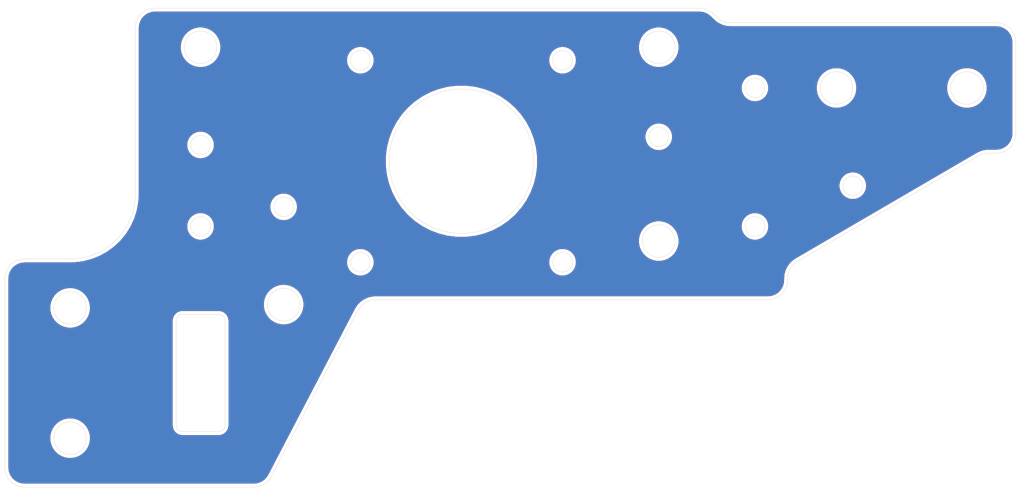
<source format=kicad_pcb>
(kicad_pcb (version 20171130) (host pcbnew 5.1.9+dfsg1-1+deb11u1)

  (general
    (thickness 1.6)
    (drawings 54)
    (tracks 0)
    (zones 0)
    (modules 0)
    (nets 1)
  )

  (page A4)
  (layers
    (0 F.Cu signal)
    (31 B.Cu signal)
    (32 B.Adhes user)
    (33 F.Adhes user)
    (34 B.Paste user)
    (35 F.Paste user)
    (36 B.SilkS user)
    (37 F.SilkS user)
    (38 B.Mask user)
    (39 F.Mask user)
    (40 Dwgs.User user)
    (41 Cmts.User user)
    (42 Eco1.User user)
    (43 Eco2.User user)
    (44 Edge.Cuts user)
    (45 Margin user)
    (46 B.CrtYd user)
    (47 F.CrtYd user)
    (48 B.Fab user)
    (49 F.Fab user)
  )

  (setup
    (last_trace_width 0.25)
    (trace_clearance 0.2)
    (zone_clearance 0.508)
    (zone_45_only no)
    (trace_min 0.2)
    (via_size 0.8)
    (via_drill 0.4)
    (via_min_size 0.4)
    (via_min_drill 0.3)
    (uvia_size 0.3)
    (uvia_drill 0.1)
    (uvias_allowed no)
    (uvia_min_size 0.2)
    (uvia_min_drill 0.1)
    (edge_width 0.05)
    (segment_width 0.2)
    (pcb_text_width 0.3)
    (pcb_text_size 1.5 1.5)
    (mod_edge_width 0.12)
    (mod_text_size 1 1)
    (mod_text_width 0.15)
    (pad_size 1.524 1.524)
    (pad_drill 0.762)
    (pad_to_mask_clearance 0)
    (aux_axis_origin 0 0)
    (visible_elements FFFFFF7F)
    (pcbplotparams
      (layerselection 0x010fc_ffffffff)
      (usegerberextensions true)
      (usegerberattributes false)
      (usegerberadvancedattributes false)
      (creategerberjobfile false)
      (excludeedgelayer true)
      (linewidth 0.100000)
      (plotframeref false)
      (viasonmask false)
      (mode 1)
      (useauxorigin false)
      (hpglpennumber 1)
      (hpglpenspeed 20)
      (hpglpendiameter 15.000000)
      (psnegative false)
      (psa4output false)
      (plotreference true)
      (plotvalue true)
      (plotinvisibletext false)
      (padsonsilk false)
      (subtractmaskfromsilk true)
      (outputformat 1)
      (mirror false)
      (drillshape 0)
      (scaleselection 1)
      (outputdirectory "front-motor-mount-pcb/"))
  )

  (net 0 "")

  (net_class Default "This is the default net class."
    (clearance 0.2)
    (trace_width 0.25)
    (via_dia 0.8)
    (via_drill 0.4)
    (uvia_dia 0.3)
    (uvia_drill 0.1)
  )

  (gr_line (start 246.561 92.5) (end 247.75 92.5) (layer Edge.Cuts) (width 0.05))
  (gr_line (start 217.238 109.1318) (end 245.049 92.908663) (layer Edge.Cuts) (width 0.05))
  (gr_arc (start 246.561 95.5) (end 246.561 92.5) (angle -30.256) (layer Edge.Cuts) (width 0.05))
  (gr_arc (start 218.75 111.7231) (end 217.238406 109.131751) (angle -59.744) (layer Edge.Cuts) (width 0.05))
  (gr_arc (start 247.75 89.5) (end 247.75 92.5) (angle -90) (layer Edge.Cuts) (width 0.05))
  (gr_circle (center 138.49 100.75) (end 139.99 100.75) (layer Edge.Cuts) (width 0.05))
  (gr_circle (center 181.25 109.25) (end 182.75 109.25) (layer Edge.Cuts) (width 0.05))
  (gr_circle (center 125.75 103.75) (end 127.25 103.75) (layer Edge.Cuts) (width 0.05))
  (gr_circle (center 125.75 91.25) (end 127.25 91.25) (layer Edge.Cuts) (width 0.05))
  (gr_line (start 215.75 112) (end 215.75 111.7231) (layer Edge.Cuts) (width 0.05))
  (gr_arc (start 212.75 112) (end 212.75 115) (angle -90) (layer Edge.Cuts) (width 0.05))
  (gr_arc (start 128.5 118.25) (end 129.5 118.25) (angle -90) (layer Edge.Cuts) (width 0.05))
  (gr_line (start 98.75 108.75) (end 105.75 108.75) (layer Edge.Cuts) (width 0.05))
  (gr_arc (start 247.75 75.5) (end 250.75 75.5) (angle -90) (layer Edge.Cuts) (width 0.05))
  (gr_arc (start 202.2574 73.25) (end 204.37872 71.12868) (angle -45) (layer Edge.Cuts) (width 0.05))
  (gr_circle (center 125.75 76.25) (end 128.25 76.25) (layer Edge.Cuts) (width 0.05))
  (gr_circle (center 196 106) (end 198.5 106) (layer Edge.Cuts) (width 0.05))
  (gr_circle (center 196 76.25) (end 198.5 76.25) (layer Edge.Cuts) (width 0.05))
  (gr_line (start 122 134.25) (end 122 118.25) (layer Edge.Cuts) (width 0.05))
  (gr_arc (start 123 134.25) (end 122 134.25) (angle -90) (layer Edge.Cuts) (width 0.05))
  (gr_circle (center 210.75 103.75) (end 212.25 103.75) (layer Edge.Cuts) (width 0.05))
  (gr_circle (center 210.75 82.5) (end 212.25 82.5) (layer Edge.Cuts) (width 0.05))
  (gr_circle (center 105.75 136.25) (end 108.25 136.25) (layer Edge.Cuts) (width 0.05))
  (gr_circle (center 225.75 97.5) (end 227.25 97.5) (layer Edge.Cuts) (width 0.05))
  (gr_arc (start 105.75 98.75) (end 105.75 108.75) (angle -90) (layer Edge.Cuts) (width 0.05))
  (gr_arc (start 133.9314 140.75) (end 133.9314 143.75) (angle -62.4472) (layer Edge.Cuts) (width 0.05))
  (gr_arc (start 206.9926 69.5) (end 204.871279 71.621321) (angle -45) (layer Edge.Cuts) (width 0.05))
  (gr_line (start 133.9314 143.75) (end 98.75 143.75) (layer Edge.Cuts) (width 0.05))
  (gr_line (start 128.5 135.25) (end 123 135.25) (layer Edge.Cuts) (width 0.05))
  (gr_circle (center 150.25 78.25) (end 151.75 78.25) (layer Edge.Cuts) (width 0.05))
  (gr_arc (start 98.75 140.75) (end 95.75 140.75) (angle -90) (layer Edge.Cuts) (width 0.05))
  (gr_line (start 152.5686 115) (end 212.75 115) (layer Edge.Cuts) (width 0.05))
  (gr_circle (center 196 90) (end 197.5 90) (layer Edge.Cuts) (width 0.05))
  (gr_circle (center 165.75 93.75) (end 176.825 93.75) (layer Edge.Cuts) (width 0.05))
  (gr_circle (center 223.25 82.5) (end 225.75 82.5) (layer Edge.Cuts) (width 0.05))
  (gr_arc (start 123 118.25) (end 123 117.25) (angle -90) (layer Edge.Cuts) (width 0.05))
  (gr_line (start 118.75 70.25) (end 202.2574 70.25) (layer Edge.Cuts) (width 0.05))
  (gr_line (start 129.5 118.25) (end 129.5 134.25) (layer Edge.Cuts) (width 0.05))
  (gr_arc (start 98.75 111.75) (end 98.75 108.75) (angle -90) (layer Edge.Cuts) (width 0.05))
  (gr_line (start 250.75 75.5) (end 250.75 89.5) (layer Edge.Cuts) (width 0.05))
  (gr_line (start 206.9926 72.5) (end 247.75 72.5) (layer Edge.Cuts) (width 0.05))
  (gr_circle (center 150.25 109.25) (end 151.75 109.25) (layer Edge.Cuts) (width 0.05))
  (gr_circle (center 243.25 82.5) (end 245.75 82.5) (layer Edge.Cuts) (width 0.05))
  (gr_arc (start 152.5686 118) (end 152.5686 115) (angle -62.447) (layer Edge.Cuts) (width 0.05))
  (gr_circle (center 138.49 115.75) (end 140.99 115.75) (layer Edge.Cuts) (width 0.05))
  (gr_line (start 149.9088 116.6123) (end 136.5912 142.1377) (layer Edge.Cuts) (width 0.05))
  (gr_line (start 115.75 98.75) (end 115.75 73.25) (layer Edge.Cuts) (width 0.05))
  (gr_line (start 123 117.25) (end 128.5 117.25) (layer Edge.Cuts) (width 0.05))
  (gr_line (start 95.75 140.75) (end 95.75 111.75) (layer Edge.Cuts) (width 0.05))
  (gr_circle (center 181.25 78.25) (end 182.75 78.25) (layer Edge.Cuts) (width 0.05))
  (gr_line (start 204.3787 71.1287) (end 204.8713 71.6213) (layer Edge.Cuts) (width 0.05))
  (gr_circle (center 105.75 116.25) (end 108.25 116.25) (layer Edge.Cuts) (width 0.05))
  (gr_arc (start 128.5 134.25) (end 128.5 135.25) (angle -90) (layer Edge.Cuts) (width 0.05))
  (gr_arc (start 118.75 73.25) (end 118.75 70.25) (angle -90) (layer Edge.Cuts) (width 0.05))

  (zone (net 0) (net_name "") (layer F.Cu) (tstamp 64C3BC45) (hatch edge 0.508)
    (connect_pads (clearance 0.508))
    (min_thickness 0.254)
    (fill yes (arc_segments 32) (thermal_gap 0.508) (thermal_bridge_width 0.508))
    (polygon
      (pts
        (xy 252 145) (xy 95 145) (xy 95 69) (xy 252 69)
      )
    )
    (filled_polygon
      (pts
        (xy 202.711293 70.95767) (xy 203.147898 71.089489) (xy 203.550585 71.3036) (xy 203.928174 71.611554) (xy 204.401534 72.084915)
        (xy 204.405409 72.08883) (xy 204.412826 72.096222) (xy 204.412909 72.09629) (xy 204.427533 72.110914) (xy 204.448013 72.127721)
        (xy 204.454457 72.134302) (xy 204.461557 72.140176) (xy 204.915286 72.510228) (xy 204.965079 72.54331) (xy 205.014468 72.577128)
        (xy 205.022574 72.58151) (xy 205.539537 72.856385) (xy 205.594864 72.879189) (xy 205.649824 72.902745) (xy 205.658628 72.90547)
        (xy 206.219137 73.074697) (xy 206.277817 73.086316) (xy 206.336327 73.098753) (xy 206.345492 73.099716) (xy 206.928194 73.156851)
        (xy 206.928208 73.156851) (xy 206.960181 73.16) (xy 247.717721 73.16) (xy 248.203893 73.20767) (xy 248.640498 73.339489)
        (xy 249.043185 73.5536) (xy 249.396612 73.841848) (xy 249.687327 74.193261) (xy 249.904242 74.594439) (xy 250.039106 75.030113)
        (xy 250.09 75.514344) (xy 250.090001 89.467711) (xy 250.04233 89.953894) (xy 249.910512 90.390497) (xy 249.696399 90.793186)
        (xy 249.40815 91.146613) (xy 249.056739 91.437327) (xy 248.655564 91.65424) (xy 248.219886 91.789106) (xy 247.735664 91.84)
        (xy 246.528581 91.84) (xy 246.506064 91.842218) (xy 246.105737 91.869706) (xy 246.056198 91.878021) (xy 246.006345 91.884192)
        (xy 245.997368 91.886274) (xy 245.427942 92.022519) (xy 245.371425 92.042042) (xy 245.314594 92.060788) (xy 245.306193 92.064574)
        (xy 244.833672 92.28147) (xy 244.833014 92.281626) (xy 244.744447 92.322235) (xy 216.877442 108.578042) (xy 216.866544 108.585925)
        (xy 216.721425 108.677057) (xy 216.691028 108.700574) (xy 216.658862 108.721623) (xy 216.651721 108.727448) (xy 216.200587 109.100659)
        (xy 216.158466 109.143075) (xy 216.115698 109.184956) (xy 216.109824 109.192057) (xy 215.739772 109.645785) (xy 215.70669 109.695578)
        (xy 215.672872 109.744967) (xy 215.66849 109.753074) (xy 215.393616 110.270037) (xy 215.37082 110.325345) (xy 215.347255 110.380325)
        (xy 215.34453 110.389128) (xy 215.175303 110.949637) (xy 215.163683 111.008324) (xy 215.151247 111.066827) (xy 215.150284 111.075992)
        (xy 215.093149 111.658695) (xy 215.093149 111.658708) (xy 215.09 111.690681) (xy 215.09 111.967721) (xy 215.04233 112.453894)
        (xy 214.910512 112.890497) (xy 214.696399 113.293186) (xy 214.40815 113.646613) (xy 214.056739 113.937327) (xy 213.655564 114.15424)
        (xy 213.219886 114.289106) (xy 212.735664 114.34) (xy 152.536181 114.34) (xy 152.517691 114.341821) (xy 152.194637 114.360015)
        (xy 152.148988 114.367101) (xy 152.103022 114.371646) (xy 152.093997 114.373506) (xy 151.521393 114.495708) (xy 151.464384 114.513844)
        (xy 151.407138 114.531179) (xy 151.398646 114.534757) (xy 150.860684 114.76585) (xy 150.808264 114.794724) (xy 150.755493 114.822838)
        (xy 150.747858 114.827997) (xy 150.265028 115.15918) (xy 150.219237 115.197667) (xy 150.17291 115.235514) (xy 150.166423 115.242058)
        (xy 149.757114 115.660716) (xy 149.719659 115.707379) (xy 149.681577 115.753489) (xy 149.676484 115.761169) (xy 149.392002 116.196682)
        (xy 149.391969 116.196715) (xy 149.338649 116.278265) (xy 136.021178 141.80342) (xy 135.75379 142.212767) (xy 135.434961 142.538883)
        (xy 135.058868 142.796855) (xy 134.639821 142.976868) (xy 134.180313 143.074934) (xy 133.912822 143.09) (xy 98.782279 143.09)
        (xy 98.296106 143.04233) (xy 97.859503 142.910512) (xy 97.456814 142.696399) (xy 97.103387 142.40815) (xy 96.812673 142.056739)
        (xy 96.59576 141.655564) (xy 96.460894 141.219886) (xy 96.41 140.735664) (xy 96.41 135.938305) (xy 102.585313 135.938305)
        (xy 102.585313 136.561695) (xy 102.70693 137.173105) (xy 102.94549 137.749042) (xy 103.291827 138.267371) (xy 103.732629 138.708173)
        (xy 104.250958 139.05451) (xy 104.826895 139.29307) (xy 105.438305 139.414687) (xy 106.061695 139.414687) (xy 106.673105 139.29307)
        (xy 107.249042 139.05451) (xy 107.767371 138.708173) (xy 108.208173 138.267371) (xy 108.55451 137.749042) (xy 108.79307 137.173105)
        (xy 108.914687 136.561695) (xy 108.914687 135.938305) (xy 108.79307 135.326895) (xy 108.55451 134.750958) (xy 108.241442 134.282418)
        (xy 121.34 134.282418) (xy 121.342783 134.310673) (xy 121.34274 134.316801) (xy 121.34364 134.325972) (xy 121.364041 134.520069)
        (xy 121.376068 134.578658) (xy 121.387277 134.637423) (xy 121.389941 134.646245) (xy 121.447653 134.832683) (xy 121.470838 134.887838)
        (xy 121.493242 134.943291) (xy 121.497568 134.951427) (xy 121.590393 135.123104) (xy 121.623846 135.172699) (xy 121.6566 135.222753)
        (xy 121.662424 135.229894) (xy 121.786828 135.380272) (xy 121.829263 135.422411) (xy 121.871126 135.465161) (xy 121.878227 135.471034)
        (xy 122.029469 135.594384) (xy 122.079277 135.627477) (xy 122.128651 135.661284) (xy 122.136757 135.665667) (xy 122.30908 135.757292)
        (xy 122.364392 135.78009) (xy 122.419366 135.803652) (xy 122.428169 135.806377) (xy 122.615006 135.862786) (xy 122.673686 135.874405)
        (xy 122.732196 135.886842) (xy 122.741361 135.887805) (xy 122.935594 135.90685) (xy 122.935598 135.90685) (xy 122.967581 135.91)
        (xy 128.532419 135.91) (xy 128.560674 135.907217) (xy 128.566801 135.90726) (xy 128.575972 135.90636) (xy 128.770069 135.885959)
        (xy 128.828658 135.873932) (xy 128.887423 135.862723) (xy 128.896245 135.860059) (xy 129.082683 135.802347) (xy 129.137838 135.779162)
        (xy 129.193291 135.756758) (xy 129.201427 135.752432) (xy 129.373104 135.659607) (xy 129.422699 135.626154) (xy 129.472753 135.5934)
        (xy 129.479894 135.587576) (xy 129.630272 135.463172) (xy 129.672411 135.420737) (xy 129.715161 135.378874) (xy 129.721034 135.371773)
        (xy 129.844384 135.220531) (xy 129.877477 135.170723) (xy 129.911284 135.121349) (xy 129.915667 135.113243) (xy 130.007292 134.94092)
        (xy 130.03009 134.885608) (xy 130.053652 134.830634) (xy 130.056377 134.821831) (xy 130.112786 134.634994) (xy 130.124405 134.576314)
        (xy 130.136842 134.517804) (xy 130.137805 134.508639) (xy 130.15685 134.314406) (xy 130.15685 134.314402) (xy 130.16 134.282419)
        (xy 130.16 118.217581) (xy 130.157217 118.189326) (xy 130.15726 118.183199) (xy 130.15636 118.174028) (xy 130.135959 117.979931)
        (xy 130.123934 117.921348) (xy 130.112723 117.862577) (xy 130.110059 117.853755) (xy 130.052347 117.667317) (xy 130.029162 117.612162)
        (xy 130.006758 117.556709) (xy 130.002432 117.548573) (xy 129.909607 117.376896) (xy 129.876139 117.327278) (xy 129.8434 117.277247)
        (xy 129.837576 117.270106) (xy 129.713172 117.119728) (xy 129.670737 117.077589) (xy 129.628874 117.034839) (xy 129.621773 117.028966)
        (xy 129.470531 116.905616) (xy 129.420738 116.872534) (xy 129.371349 116.838716) (xy 129.363243 116.834333) (xy 129.190921 116.742708)
        (xy 129.135606 116.719909) (xy 129.080634 116.696348) (xy 129.071831 116.693623) (xy 128.884995 116.637214) (xy 128.826307 116.625594)
        (xy 128.767804 116.613158) (xy 128.758639 116.612195) (xy 128.564405 116.59315) (xy 128.564402 116.59315) (xy 128.532419 116.59)
        (xy 122.967581 116.59) (xy 122.939326 116.592783) (xy 122.933199 116.59274) (xy 122.924028 116.59364) (xy 122.729931 116.614041)
        (xy 122.671348 116.626066) (xy 122.612577 116.637277) (xy 122.603755 116.639941) (xy 122.417317 116.697653) (xy 122.362162 116.720838)
        (xy 122.306709 116.743242) (xy 122.298573 116.747568) (xy 122.126896 116.840393) (xy 122.077278 116.873861) (xy 122.027247 116.9066)
        (xy 122.020106 116.912424) (xy 121.869728 117.036828) (xy 121.827589 117.079263) (xy 121.784839 117.121126) (xy 121.778966 117.128227)
        (xy 121.655616 117.279469) (xy 121.622534 117.329262) (xy 121.588716 117.378651) (xy 121.584333 117.386757) (xy 121.492708 117.559079)
        (xy 121.469909 117.614394) (xy 121.446348 117.669366) (xy 121.443623 117.678169) (xy 121.387214 117.865005) (xy 121.375594 117.923693)
        (xy 121.363158 117.982196) (xy 121.362195 117.991361) (xy 121.34315 118.185595) (xy 121.34315 118.185608) (xy 121.340001 118.217581)
        (xy 121.34 134.282418) (xy 108.241442 134.282418) (xy 108.208173 134.232629) (xy 107.767371 133.791827) (xy 107.249042 133.44549)
        (xy 106.673105 133.20693) (xy 106.061695 133.085313) (xy 105.438305 133.085313) (xy 104.826895 133.20693) (xy 104.250958 133.44549)
        (xy 103.732629 133.791827) (xy 103.291827 134.232629) (xy 102.94549 134.750958) (xy 102.70693 135.326895) (xy 102.585313 135.938305)
        (xy 96.41 135.938305) (xy 96.41 115.938305) (xy 102.585313 115.938305) (xy 102.585313 116.561695) (xy 102.70693 117.173105)
        (xy 102.94549 117.749042) (xy 103.291827 118.267371) (xy 103.732629 118.708173) (xy 104.250958 119.05451) (xy 104.826895 119.29307)
        (xy 105.438305 119.414687) (xy 106.061695 119.414687) (xy 106.673105 119.29307) (xy 107.249042 119.05451) (xy 107.767371 118.708173)
        (xy 108.208173 118.267371) (xy 108.55451 117.749042) (xy 108.79307 117.173105) (xy 108.914687 116.561695) (xy 108.914687 115.938305)
        (xy 108.815231 115.438305) (xy 135.325313 115.438305) (xy 135.325313 116.061695) (xy 135.44693 116.673105) (xy 135.68549 117.249042)
        (xy 136.031827 117.767371) (xy 136.472629 118.208173) (xy 136.990958 118.55451) (xy 137.566895 118.79307) (xy 138.178305 118.914687)
        (xy 138.801695 118.914687) (xy 139.413105 118.79307) (xy 139.989042 118.55451) (xy 140.507371 118.208173) (xy 140.948173 117.767371)
        (xy 141.29451 117.249042) (xy 141.53307 116.673105) (xy 141.654687 116.061695) (xy 141.654687 115.438305) (xy 141.53307 114.826895)
        (xy 141.29451 114.250958) (xy 140.948173 113.732629) (xy 140.507371 113.291827) (xy 139.989042 112.94549) (xy 139.413105 112.70693)
        (xy 138.801695 112.585313) (xy 138.178305 112.585313) (xy 137.566895 112.70693) (xy 136.990958 112.94549) (xy 136.472629 113.291827)
        (xy 136.031827 113.732629) (xy 135.68549 114.250958) (xy 135.44693 114.826895) (xy 135.325313 115.438305) (xy 108.815231 115.438305)
        (xy 108.79307 115.326895) (xy 108.55451 114.750958) (xy 108.208173 114.232629) (xy 107.767371 113.791827) (xy 107.249042 113.44549)
        (xy 106.673105 113.20693) (xy 106.061695 113.085313) (xy 105.438305 113.085313) (xy 104.826895 113.20693) (xy 104.250958 113.44549)
        (xy 103.732629 113.791827) (xy 103.291827 114.232629) (xy 102.94549 114.750958) (xy 102.70693 115.326895) (xy 102.585313 115.938305)
        (xy 96.41 115.938305) (xy 96.41 111.782279) (xy 96.45767 111.296107) (xy 96.589489 110.859502) (xy 96.8036 110.456815)
        (xy 97.091848 110.103388) (xy 97.443261 109.812673) (xy 97.844439 109.595758) (xy 98.280113 109.460894) (xy 98.764344 109.41)
        (xy 105.782419 109.41) (xy 105.792757 109.408982) (xy 106.398636 109.389941) (xy 106.429588 109.387016) (xy 106.460625 109.385063)
        (xy 107.706531 109.227669) (xy 107.706533 109.227669) (xy 107.787949 109.212138) (xy 108.472701 109.036323) (xy 148.080497 109.036323)
        (xy 148.080497 109.463677) (xy 148.16387 109.882821) (xy 148.327412 110.277645) (xy 148.564837 110.632977) (xy 148.867023 110.935163)
        (xy 149.222355 111.172588) (xy 149.617179 111.33613) (xy 150.036323 111.419503) (xy 150.463677 111.419503) (xy 150.882821 111.33613)
        (xy 151.277645 111.172588) (xy 151.632977 110.935163) (xy 151.935163 110.632977) (xy 152.172588 110.277645) (xy 152.33613 109.882821)
        (xy 152.419503 109.463677) (xy 152.419503 109.036323) (xy 179.080497 109.036323) (xy 179.080497 109.463677) (xy 179.16387 109.882821)
        (xy 179.327412 110.277645) (xy 179.564837 110.632977) (xy 179.867023 110.935163) (xy 180.222355 111.172588) (xy 180.617179 111.33613)
        (xy 181.036323 111.419503) (xy 181.463677 111.419503) (xy 181.882821 111.33613) (xy 182.277645 111.172588) (xy 182.632977 110.935163)
        (xy 182.935163 110.632977) (xy 183.172588 110.277645) (xy 183.33613 109.882821) (xy 183.419503 109.463677) (xy 183.419503 109.036323)
        (xy 183.33613 108.617179) (xy 183.172588 108.222355) (xy 182.935163 107.867023) (xy 182.632977 107.564837) (xy 182.277645 107.327412)
        (xy 181.882821 107.16387) (xy 181.463677 107.080497) (xy 181.036323 107.080497) (xy 180.617179 107.16387) (xy 180.222355 107.327412)
        (xy 179.867023 107.564837) (xy 179.564837 107.867023) (xy 179.327412 108.222355) (xy 179.16387 108.617179) (xy 179.080497 109.036323)
        (xy 152.419503 109.036323) (xy 152.33613 108.617179) (xy 152.172588 108.222355) (xy 151.935163 107.867023) (xy 151.632977 107.564837)
        (xy 151.277645 107.327412) (xy 150.882821 107.16387) (xy 150.463677 107.080497) (xy 150.036323 107.080497) (xy 149.617179 107.16387)
        (xy 149.222355 107.327412) (xy 148.867023 107.564837) (xy 148.564837 107.867023) (xy 148.327412 108.222355) (xy 148.16387 108.617179)
        (xy 148.080497 109.036323) (xy 108.472701 109.036323) (xy 109.004306 108.89983) (xy 109.083133 108.874218) (xy 109.083138 108.874216)
        (xy 110.25075 108.411926) (xy 110.250756 108.411924) (xy 110.288561 108.394134) (xy 110.32575 108.376634) (xy 110.325755 108.376631)
        (xy 111.426213 107.771648) (xy 111.426226 107.771642) (xy 111.469037 107.744472) (xy 111.496207 107.72723) (xy 111.496214 107.727224)
        (xy 112.512179 106.989083) (xy 112.576042 106.936251) (xy 112.576049 106.936243) (xy 113.491478 106.076598) (xy 113.491487 106.076591)
        (xy 113.548225 106.016171) (xy 114.348701 105.048562) (xy 114.348709 105.048553) (xy 114.397426 104.981499) (xy 115.070319 103.92119)
        (xy 115.070324 103.921183) (xy 115.110253 103.848551) (xy 115.257176 103.536323) (xy 123.580497 103.536323) (xy 123.580497 103.963677)
        (xy 123.66387 104.382821) (xy 123.827412 104.777645) (xy 124.064837 105.132977) (xy 124.367023 105.435163) (xy 124.722355 105.672588)
        (xy 125.117179 105.83613) (xy 125.536323 105.919503) (xy 125.963677 105.919503) (xy 126.382821 105.83613) (xy 126.7397 105.688305)
        (xy 192.835313 105.688305) (xy 192.835313 106.311695) (xy 192.95693 106.923105) (xy 193.19549 107.499042) (xy 193.541827 108.017371)
        (xy 193.982629 108.458173) (xy 194.500958 108.80451) (xy 195.076895 109.04307) (xy 195.688305 109.164687) (xy 196.311695 109.164687)
        (xy 196.923105 109.04307) (xy 197.499042 108.80451) (xy 198.017371 108.458173) (xy 198.458173 108.017371) (xy 198.80451 107.499042)
        (xy 199.04307 106.923105) (xy 199.164687 106.311695) (xy 199.164687 105.688305) (xy 199.04307 105.076895) (xy 198.80451 104.500958)
        (xy 198.458173 103.982629) (xy 198.017371 103.541827) (xy 198.009134 103.536323) (xy 208.580497 103.536323) (xy 208.580497 103.963677)
        (xy 208.66387 104.382821) (xy 208.827412 104.777645) (xy 209.064837 105.132977) (xy 209.367023 105.435163) (xy 209.722355 105.672588)
        (xy 210.117179 105.83613) (xy 210.536323 105.919503) (xy 210.963677 105.919503) (xy 211.382821 105.83613) (xy 211.777645 105.672588)
        (xy 212.132977 105.435163) (xy 212.435163 105.132977) (xy 212.672588 104.777645) (xy 212.83613 104.382821) (xy 212.919503 103.963677)
        (xy 212.919503 103.536323) (xy 212.83613 103.117179) (xy 212.672588 102.722355) (xy 212.435163 102.367023) (xy 212.132977 102.064837)
        (xy 211.777645 101.827412) (xy 211.382821 101.66387) (xy 210.963677 101.580497) (xy 210.536323 101.580497) (xy 210.117179 101.66387)
        (xy 209.722355 101.827412) (xy 209.367023 102.064837) (xy 209.064837 102.367023) (xy 208.827412 102.722355) (xy 208.66387 103.117179)
        (xy 208.580497 103.536323) (xy 198.009134 103.536323) (xy 197.499042 103.19549) (xy 196.923105 102.95693) (xy 196.311695 102.835313)
        (xy 195.688305 102.835313) (xy 195.076895 102.95693) (xy 194.500958 103.19549) (xy 193.982629 103.541827) (xy 193.541827 103.982629)
        (xy 193.19549 104.500958) (xy 192.95693 105.076895) (xy 192.835313 105.688305) (xy 126.7397 105.688305) (xy 126.777645 105.672588)
        (xy 127.132977 105.435163) (xy 127.435163 105.132977) (xy 127.672588 104.777645) (xy 127.83613 104.382821) (xy 127.919503 103.963677)
        (xy 127.919503 103.536323) (xy 127.83613 103.117179) (xy 127.672588 102.722355) (xy 127.435163 102.367023) (xy 127.132977 102.064837)
        (xy 126.777645 101.827412) (xy 126.382821 101.66387) (xy 125.963677 101.580497) (xy 125.536323 101.580497) (xy 125.117179 101.66387)
        (xy 124.722355 101.827412) (xy 124.367023 102.064837) (xy 124.064837 102.367023) (xy 123.827412 102.722355) (xy 123.66387 103.117179)
        (xy 123.580497 103.536323) (xy 115.257176 103.536323) (xy 115.644951 102.712261) (xy 115.675463 102.635197) (xy 115.675467 102.635182)
        (xy 116.063524 101.440864) (xy 116.06353 101.44085) (xy 116.084142 101.36057) (xy 116.241375 100.536323) (xy 136.320497 100.536323)
        (xy 136.320497 100.963677) (xy 136.40387 101.382821) (xy 136.567412 101.777645) (xy 136.804837 102.132977) (xy 137.107023 102.435163)
        (xy 137.462355 102.672588) (xy 137.857179 102.83613) (xy 138.276323 102.919503) (xy 138.703677 102.919503) (xy 139.122821 102.83613)
        (xy 139.517645 102.672588) (xy 139.872977 102.435163) (xy 140.175163 102.132977) (xy 140.412588 101.777645) (xy 140.57613 101.382821)
        (xy 140.659503 100.963677) (xy 140.659503 100.536323) (xy 140.57613 100.117179) (xy 140.412588 99.722355) (xy 140.175163 99.367023)
        (xy 139.872977 99.064837) (xy 139.517645 98.827412) (xy 139.122821 98.66387) (xy 138.703677 98.580497) (xy 138.276323 98.580497)
        (xy 137.857179 98.66387) (xy 137.462355 98.827412) (xy 137.107023 99.064837) (xy 136.804837 99.367023) (xy 136.567412 99.722355)
        (xy 136.40387 100.117179) (xy 136.320497 100.536323) (xy 116.241375 100.536323) (xy 116.319457 100.127003) (xy 116.320698 100.117179)
        (xy 116.329845 100.044774) (xy 116.407967 98.80306) (xy 116.41 98.782419) (xy 116.41 91.036323) (xy 123.580497 91.036323)
        (xy 123.580497 91.463677) (xy 123.66387 91.882821) (xy 123.827412 92.277645) (xy 124.064837 92.632977) (xy 124.367023 92.935163)
        (xy 124.722355 93.172588) (xy 125.117179 93.33613) (xy 125.536323 93.419503) (xy 125.963677 93.419503) (xy 126.382821 93.33613)
        (xy 126.777645 93.172588) (xy 126.975701 93.040251) (xy 154.016446 93.040251) (xy 154.016446 94.459749) (xy 154.187548 95.868898)
        (xy 154.527256 97.247148) (xy 155.030617 98.574403) (xy 155.690291 99.831306) (xy 156.496658 100.99953) (xy 157.43796 102.06204)
        (xy 158.50047 103.003342) (xy 159.668694 103.809709) (xy 160.925597 104.469383) (xy 162.252852 104.972744) (xy 163.631102 105.312452)
        (xy 165.040251 105.483554) (xy 166.459749 105.483554) (xy 167.868898 105.312452) (xy 169.247148 104.972744) (xy 170.574403 104.469383)
        (xy 171.831306 103.809709) (xy 172.99953 103.003342) (xy 174.06204 102.06204) (xy 175.003342 100.99953) (xy 175.809709 99.831306)
        (xy 176.469383 98.574403) (xy 176.957886 97.286323) (xy 223.580497 97.286323) (xy 223.580497 97.713677) (xy 223.66387 98.132821)
        (xy 223.827412 98.527645) (xy 224.064837 98.882977) (xy 224.367023 99.185163) (xy 224.722355 99.422588) (xy 225.117179 99.58613)
        (xy 225.536323 99.669503) (xy 225.963677 99.669503) (xy 226.382821 99.58613) (xy 226.777645 99.422588) (xy 227.132977 99.185163)
        (xy 227.435163 98.882977) (xy 227.672588 98.527645) (xy 227.83613 98.132821) (xy 227.919503 97.713677) (xy 227.919503 97.286323)
        (xy 227.83613 96.867179) (xy 227.672588 96.472355) (xy 227.435163 96.117023) (xy 227.132977 95.814837) (xy 226.777645 95.577412)
        (xy 226.382821 95.41387) (xy 225.963677 95.330497) (xy 225.536323 95.330497) (xy 225.117179 95.41387) (xy 224.722355 95.577412)
        (xy 224.367023 95.814837) (xy 224.064837 96.117023) (xy 223.827412 96.472355) (xy 223.66387 96.867179) (xy 223.580497 97.286323)
        (xy 176.957886 97.286323) (xy 176.972744 97.247148) (xy 177.312452 95.868898) (xy 177.483554 94.459749) (xy 177.483554 93.040251)
        (xy 177.312452 91.631102) (xy 176.972744 90.252852) (xy 176.795814 89.786323) (xy 193.830497 89.786323) (xy 193.830497 90.213677)
        (xy 193.91387 90.632821) (xy 194.077412 91.027645) (xy 194.314837 91.382977) (xy 194.617023 91.685163) (xy 194.972355 91.922588)
        (xy 195.367179 92.08613) (xy 195.786323 92.169503) (xy 196.213677 92.169503) (xy 196.632821 92.08613) (xy 197.027645 91.922588)
        (xy 197.382977 91.685163) (xy 197.685163 91.382977) (xy 197.922588 91.027645) (xy 198.08613 90.632821) (xy 198.169503 90.213677)
        (xy 198.169503 89.786323) (xy 198.08613 89.367179) (xy 197.922588 88.972355) (xy 197.685163 88.617023) (xy 197.382977 88.314837)
        (xy 197.027645 88.077412) (xy 196.632821 87.91387) (xy 196.213677 87.830497) (xy 195.786323 87.830497) (xy 195.367179 87.91387)
        (xy 194.972355 88.077412) (xy 194.617023 88.314837) (xy 194.314837 88.617023) (xy 194.077412 88.972355) (xy 193.91387 89.367179)
        (xy 193.830497 89.786323) (xy 176.795814 89.786323) (xy 176.469383 88.925597) (xy 175.809709 87.668694) (xy 175.003342 86.50047)
        (xy 174.06204 85.43796) (xy 172.99953 84.496658) (xy 171.831306 83.690291) (xy 170.574403 83.030617) (xy 169.247148 82.527256)
        (xy 168.269645 82.286323) (xy 208.580497 82.286323) (xy 208.580497 82.713677) (xy 208.66387 83.132821) (xy 208.827412 83.527645)
        (xy 209.064837 83.882977) (xy 209.367023 84.185163) (xy 209.722355 84.422588) (xy 210.117179 84.58613) (xy 210.536323 84.669503)
        (xy 210.963677 84.669503) (xy 211.382821 84.58613) (xy 211.777645 84.422588) (xy 212.132977 84.185163) (xy 212.435163 83.882977)
        (xy 212.672588 83.527645) (xy 212.83613 83.132821) (xy 212.919503 82.713677) (xy 212.919503 82.286323) (xy 212.900006 82.188305)
        (xy 220.085313 82.188305) (xy 220.085313 82.811695) (xy 220.20693 83.423105) (xy 220.44549 83.999042) (xy 220.791827 84.517371)
        (xy 221.232629 84.958173) (xy 221.750958 85.30451) (xy 222.326895 85.54307) (xy 222.938305 85.664687) (xy 223.561695 85.664687)
        (xy 224.173105 85.54307) (xy 224.749042 85.30451) (xy 225.267371 84.958173) (xy 225.708173 84.517371) (xy 226.05451 83.999042)
        (xy 226.29307 83.423105) (xy 226.414687 82.811695) (xy 226.414687 82.188305) (xy 240.085313 82.188305) (xy 240.085313 82.811695)
        (xy 240.20693 83.423105) (xy 240.44549 83.999042) (xy 240.791827 84.517371) (xy 241.232629 84.958173) (xy 241.750958 85.30451)
        (xy 242.326895 85.54307) (xy 242.938305 85.664687) (xy 243.561695 85.664687) (xy 244.173105 85.54307) (xy 244.749042 85.30451)
        (xy 245.267371 84.958173) (xy 245.708173 84.517371) (xy 246.05451 83.999042) (xy 246.29307 83.423105) (xy 246.414687 82.811695)
        (xy 246.414687 82.188305) (xy 246.29307 81.576895) (xy 246.05451 81.000958) (xy 245.708173 80.482629) (xy 245.267371 80.041827)
        (xy 244.749042 79.69549) (xy 244.173105 79.45693) (xy 243.561695 79.335313) (xy 242.938305 79.335313) (xy 242.326895 79.45693)
        (xy 241.750958 79.69549) (xy 241.232629 80.041827) (xy 240.791827 80.482629) (xy 240.44549 81.000958) (xy 240.20693 81.576895)
        (xy 240.085313 82.188305) (xy 226.414687 82.188305) (xy 226.29307 81.576895) (xy 226.05451 81.000958) (xy 225.708173 80.482629)
        (xy 225.267371 80.041827) (xy 224.749042 79.69549) (xy 224.173105 79.45693) (xy 223.561695 79.335313) (xy 222.938305 79.335313)
        (xy 222.326895 79.45693) (xy 221.750958 79.69549) (xy 221.232629 80.041827) (xy 220.791827 80.482629) (xy 220.44549 81.000958)
        (xy 220.20693 81.576895) (xy 220.085313 82.188305) (xy 212.900006 82.188305) (xy 212.83613 81.867179) (xy 212.672588 81.472355)
        (xy 212.435163 81.117023) (xy 212.132977 80.814837) (xy 211.777645 80.577412) (xy 211.382821 80.41387) (xy 210.963677 80.330497)
        (xy 210.536323 80.330497) (xy 210.117179 80.41387) (xy 209.722355 80.577412) (xy 209.367023 80.814837) (xy 209.064837 81.117023)
        (xy 208.827412 81.472355) (xy 208.66387 81.867179) (xy 208.580497 82.286323) (xy 168.269645 82.286323) (xy 167.868898 82.187548)
        (xy 166.459749 82.016446) (xy 165.040251 82.016446) (xy 163.631102 82.187548) (xy 162.252852 82.527256) (xy 160.925597 83.030617)
        (xy 159.668694 83.690291) (xy 158.50047 84.496658) (xy 157.43796 85.43796) (xy 156.496658 86.50047) (xy 155.690291 87.668694)
        (xy 155.030617 88.925597) (xy 154.527256 90.252852) (xy 154.187548 91.631102) (xy 154.016446 93.040251) (xy 126.975701 93.040251)
        (xy 127.132977 92.935163) (xy 127.435163 92.632977) (xy 127.672588 92.277645) (xy 127.83613 91.882821) (xy 127.919503 91.463677)
        (xy 127.919503 91.036323) (xy 127.83613 90.617179) (xy 127.672588 90.222355) (xy 127.435163 89.867023) (xy 127.132977 89.564837)
        (xy 126.777645 89.327412) (xy 126.382821 89.16387) (xy 125.963677 89.080497) (xy 125.536323 89.080497) (xy 125.117179 89.16387)
        (xy 124.722355 89.327412) (xy 124.367023 89.564837) (xy 124.064837 89.867023) (xy 123.827412 90.222355) (xy 123.66387 90.617179)
        (xy 123.580497 91.036323) (xy 116.41 91.036323) (xy 116.41 75.938305) (xy 122.585313 75.938305) (xy 122.585313 76.561695)
        (xy 122.70693 77.173105) (xy 122.94549 77.749042) (xy 123.291827 78.267371) (xy 123.732629 78.708173) (xy 124.250958 79.05451)
        (xy 124.826895 79.29307) (xy 125.438305 79.414687) (xy 126.061695 79.414687) (xy 126.673105 79.29307) (xy 127.249042 79.05451)
        (xy 127.767371 78.708173) (xy 128.208173 78.267371) (xy 128.362554 78.036323) (xy 148.080497 78.036323) (xy 148.080497 78.463677)
        (xy 148.16387 78.882821) (xy 148.327412 79.277645) (xy 148.564837 79.632977) (xy 148.867023 79.935163) (xy 149.222355 80.172588)
        (xy 149.617179 80.33613) (xy 150.036323 80.419503) (xy 150.463677 80.419503) (xy 150.882821 80.33613) (xy 151.277645 80.172588)
        (xy 151.632977 79.935163) (xy 151.935163 79.632977) (xy 152.172588 79.277645) (xy 152.33613 78.882821) (xy 152.419503 78.463677)
        (xy 152.419503 78.036323) (xy 179.080497 78.036323) (xy 179.080497 78.463677) (xy 179.16387 78.882821) (xy 179.327412 79.277645)
        (xy 179.564837 79.632977) (xy 179.867023 79.935163) (xy 180.222355 80.172588) (xy 180.617179 80.33613) (xy 181.036323 80.419503)
        (xy 181.463677 80.419503) (xy 181.882821 80.33613) (xy 182.277645 80.172588) (xy 182.632977 79.935163) (xy 182.935163 79.632977)
        (xy 183.172588 79.277645) (xy 183.33613 78.882821) (xy 183.419503 78.463677) (xy 183.419503 78.036323) (xy 183.33613 77.617179)
        (xy 183.172588 77.222355) (xy 182.935163 76.867023) (xy 182.632977 76.564837) (xy 182.277645 76.327412) (xy 181.882821 76.16387)
        (xy 181.463677 76.080497) (xy 181.036323 76.080497) (xy 180.617179 76.16387) (xy 180.222355 76.327412) (xy 179.867023 76.564837)
        (xy 179.564837 76.867023) (xy 179.327412 77.222355) (xy 179.16387 77.617179) (xy 179.080497 78.036323) (xy 152.419503 78.036323)
        (xy 152.33613 77.617179) (xy 152.172588 77.222355) (xy 151.935163 76.867023) (xy 151.632977 76.564837) (xy 151.277645 76.327412)
        (xy 150.882821 76.16387) (xy 150.463677 76.080497) (xy 150.036323 76.080497) (xy 149.617179 76.16387) (xy 149.222355 76.327412)
        (xy 148.867023 76.564837) (xy 148.564837 76.867023) (xy 148.327412 77.222355) (xy 148.16387 77.617179) (xy 148.080497 78.036323)
        (xy 128.362554 78.036323) (xy 128.55451 77.749042) (xy 128.79307 77.173105) (xy 128.914687 76.561695) (xy 128.914687 75.938305)
        (xy 192.835313 75.938305) (xy 192.835313 76.561695) (xy 192.95693 77.173105) (xy 193.19549 77.749042) (xy 193.541827 78.267371)
        (xy 193.982629 78.708173) (xy 194.500958 79.05451) (xy 195.076895 79.29307) (xy 195.688305 79.414687) (xy 196.311695 79.414687)
        (xy 196.923105 79.29307) (xy 197.499042 79.05451) (xy 198.017371 78.708173) (xy 198.458173 78.267371) (xy 198.80451 77.749042)
        (xy 199.04307 77.173105) (xy 199.164687 76.561695) (xy 199.164687 75.938305) (xy 199.04307 75.326895) (xy 198.80451 74.750958)
        (xy 198.458173 74.232629) (xy 198.017371 73.791827) (xy 197.499042 73.44549) (xy 196.923105 73.20693) (xy 196.311695 73.085313)
        (xy 195.688305 73.085313) (xy 195.076895 73.20693) (xy 194.500958 73.44549) (xy 193.982629 73.791827) (xy 193.541827 74.232629)
        (xy 193.19549 74.750958) (xy 192.95693 75.326895) (xy 192.835313 75.938305) (xy 128.914687 75.938305) (xy 128.79307 75.326895)
        (xy 128.55451 74.750958) (xy 128.208173 74.232629) (xy 127.767371 73.791827) (xy 127.249042 73.44549) (xy 126.673105 73.20693)
        (xy 126.061695 73.085313) (xy 125.438305 73.085313) (xy 124.826895 73.20693) (xy 124.250958 73.44549) (xy 123.732629 73.791827)
        (xy 123.291827 74.232629) (xy 122.94549 74.750958) (xy 122.70693 75.326895) (xy 122.585313 75.938305) (xy 116.41 75.938305)
        (xy 116.41 73.282279) (xy 116.45767 72.796107) (xy 116.589489 72.359502) (xy 116.8036 71.956815) (xy 117.091848 71.603388)
        (xy 117.443261 71.312673) (xy 117.844439 71.095758) (xy 118.280113 70.960894) (xy 118.764344 70.91) (xy 202.225121 70.91)
      )
    )
  )
  (zone (net 0) (net_name "") (layer B.Cu) (tstamp 64C3BC42) (hatch edge 0.508)
    (connect_pads (clearance 0.508))
    (min_thickness 0.254)
    (fill yes (arc_segments 32) (thermal_gap 0.508) (thermal_bridge_width 0.508))
    (polygon
      (pts
        (xy 252 145) (xy 95 145) (xy 95 69) (xy 252 69)
      )
    )
    (filled_polygon
      (pts
        (xy 202.711293 70.95767) (xy 203.147898 71.089489) (xy 203.550585 71.3036) (xy 203.928174 71.611554) (xy 204.401534 72.084915)
        (xy 204.405409 72.08883) (xy 204.412826 72.096222) (xy 204.412909 72.09629) (xy 204.427533 72.110914) (xy 204.448013 72.127721)
        (xy 204.454457 72.134302) (xy 204.461557 72.140176) (xy 204.915286 72.510228) (xy 204.965079 72.54331) (xy 205.014468 72.577128)
        (xy 205.022574 72.58151) (xy 205.539537 72.856385) (xy 205.594864 72.879189) (xy 205.649824 72.902745) (xy 205.658628 72.90547)
        (xy 206.219137 73.074697) (xy 206.277817 73.086316) (xy 206.336327 73.098753) (xy 206.345492 73.099716) (xy 206.928194 73.156851)
        (xy 206.928208 73.156851) (xy 206.960181 73.16) (xy 247.717721 73.16) (xy 248.203893 73.20767) (xy 248.640498 73.339489)
        (xy 249.043185 73.5536) (xy 249.396612 73.841848) (xy 249.687327 74.193261) (xy 249.904242 74.594439) (xy 250.039106 75.030113)
        (xy 250.09 75.514344) (xy 250.090001 89.467711) (xy 250.04233 89.953894) (xy 249.910512 90.390497) (xy 249.696399 90.793186)
        (xy 249.40815 91.146613) (xy 249.056739 91.437327) (xy 248.655564 91.65424) (xy 248.219886 91.789106) (xy 247.735664 91.84)
        (xy 246.528581 91.84) (xy 246.506064 91.842218) (xy 246.105737 91.869706) (xy 246.056198 91.878021) (xy 246.006345 91.884192)
        (xy 245.997368 91.886274) (xy 245.427942 92.022519) (xy 245.371425 92.042042) (xy 245.314594 92.060788) (xy 245.306193 92.064574)
        (xy 244.833672 92.28147) (xy 244.833014 92.281626) (xy 244.744447 92.322235) (xy 216.877442 108.578042) (xy 216.866544 108.585925)
        (xy 216.721425 108.677057) (xy 216.691028 108.700574) (xy 216.658862 108.721623) (xy 216.651721 108.727448) (xy 216.200587 109.100659)
        (xy 216.158466 109.143075) (xy 216.115698 109.184956) (xy 216.109824 109.192057) (xy 215.739772 109.645785) (xy 215.70669 109.695578)
        (xy 215.672872 109.744967) (xy 215.66849 109.753074) (xy 215.393616 110.270037) (xy 215.37082 110.325345) (xy 215.347255 110.380325)
        (xy 215.34453 110.389128) (xy 215.175303 110.949637) (xy 215.163683 111.008324) (xy 215.151247 111.066827) (xy 215.150284 111.075992)
        (xy 215.093149 111.658695) (xy 215.093149 111.658708) (xy 215.09 111.690681) (xy 215.09 111.967721) (xy 215.04233 112.453894)
        (xy 214.910512 112.890497) (xy 214.696399 113.293186) (xy 214.40815 113.646613) (xy 214.056739 113.937327) (xy 213.655564 114.15424)
        (xy 213.219886 114.289106) (xy 212.735664 114.34) (xy 152.536181 114.34) (xy 152.517691 114.341821) (xy 152.194637 114.360015)
        (xy 152.148988 114.367101) (xy 152.103022 114.371646) (xy 152.093997 114.373506) (xy 151.521393 114.495708) (xy 151.464384 114.513844)
        (xy 151.407138 114.531179) (xy 151.398646 114.534757) (xy 150.860684 114.76585) (xy 150.808264 114.794724) (xy 150.755493 114.822838)
        (xy 150.747858 114.827997) (xy 150.265028 115.15918) (xy 150.219237 115.197667) (xy 150.17291 115.235514) (xy 150.166423 115.242058)
        (xy 149.757114 115.660716) (xy 149.719659 115.707379) (xy 149.681577 115.753489) (xy 149.676484 115.761169) (xy 149.392002 116.196682)
        (xy 149.391969 116.196715) (xy 149.338649 116.278265) (xy 136.021178 141.80342) (xy 135.75379 142.212767) (xy 135.434961 142.538883)
        (xy 135.058868 142.796855) (xy 134.639821 142.976868) (xy 134.180313 143.074934) (xy 133.912822 143.09) (xy 98.782279 143.09)
        (xy 98.296106 143.04233) (xy 97.859503 142.910512) (xy 97.456814 142.696399) (xy 97.103387 142.40815) (xy 96.812673 142.056739)
        (xy 96.59576 141.655564) (xy 96.460894 141.219886) (xy 96.41 140.735664) (xy 96.41 135.938305) (xy 102.585313 135.938305)
        (xy 102.585313 136.561695) (xy 102.70693 137.173105) (xy 102.94549 137.749042) (xy 103.291827 138.267371) (xy 103.732629 138.708173)
        (xy 104.250958 139.05451) (xy 104.826895 139.29307) (xy 105.438305 139.414687) (xy 106.061695 139.414687) (xy 106.673105 139.29307)
        (xy 107.249042 139.05451) (xy 107.767371 138.708173) (xy 108.208173 138.267371) (xy 108.55451 137.749042) (xy 108.79307 137.173105)
        (xy 108.914687 136.561695) (xy 108.914687 135.938305) (xy 108.79307 135.326895) (xy 108.55451 134.750958) (xy 108.241442 134.282418)
        (xy 121.34 134.282418) (xy 121.342783 134.310673) (xy 121.34274 134.316801) (xy 121.34364 134.325972) (xy 121.364041 134.520069)
        (xy 121.376068 134.578658) (xy 121.387277 134.637423) (xy 121.389941 134.646245) (xy 121.447653 134.832683) (xy 121.470838 134.887838)
        (xy 121.493242 134.943291) (xy 121.497568 134.951427) (xy 121.590393 135.123104) (xy 121.623846 135.172699) (xy 121.6566 135.222753)
        (xy 121.662424 135.229894) (xy 121.786828 135.380272) (xy 121.829263 135.422411) (xy 121.871126 135.465161) (xy 121.878227 135.471034)
        (xy 122.029469 135.594384) (xy 122.079277 135.627477) (xy 122.128651 135.661284) (xy 122.136757 135.665667) (xy 122.30908 135.757292)
        (xy 122.364392 135.78009) (xy 122.419366 135.803652) (xy 122.428169 135.806377) (xy 122.615006 135.862786) (xy 122.673686 135.874405)
        (xy 122.732196 135.886842) (xy 122.741361 135.887805) (xy 122.935594 135.90685) (xy 122.935598 135.90685) (xy 122.967581 135.91)
        (xy 128.532419 135.91) (xy 128.560674 135.907217) (xy 128.566801 135.90726) (xy 128.575972 135.90636) (xy 128.770069 135.885959)
        (xy 128.828658 135.873932) (xy 128.887423 135.862723) (xy 128.896245 135.860059) (xy 129.082683 135.802347) (xy 129.137838 135.779162)
        (xy 129.193291 135.756758) (xy 129.201427 135.752432) (xy 129.373104 135.659607) (xy 129.422699 135.626154) (xy 129.472753 135.5934)
        (xy 129.479894 135.587576) (xy 129.630272 135.463172) (xy 129.672411 135.420737) (xy 129.715161 135.378874) (xy 129.721034 135.371773)
        (xy 129.844384 135.220531) (xy 129.877477 135.170723) (xy 129.911284 135.121349) (xy 129.915667 135.113243) (xy 130.007292 134.94092)
        (xy 130.03009 134.885608) (xy 130.053652 134.830634) (xy 130.056377 134.821831) (xy 130.112786 134.634994) (xy 130.124405 134.576314)
        (xy 130.136842 134.517804) (xy 130.137805 134.508639) (xy 130.15685 134.314406) (xy 130.15685 134.314402) (xy 130.16 134.282419)
        (xy 130.16 118.217581) (xy 130.157217 118.189326) (xy 130.15726 118.183199) (xy 130.15636 118.174028) (xy 130.135959 117.979931)
        (xy 130.123934 117.921348) (xy 130.112723 117.862577) (xy 130.110059 117.853755) (xy 130.052347 117.667317) (xy 130.029162 117.612162)
        (xy 130.006758 117.556709) (xy 130.002432 117.548573) (xy 129.909607 117.376896) (xy 129.876139 117.327278) (xy 129.8434 117.277247)
        (xy 129.837576 117.270106) (xy 129.713172 117.119728) (xy 129.670737 117.077589) (xy 129.628874 117.034839) (xy 129.621773 117.028966)
        (xy 129.470531 116.905616) (xy 129.420738 116.872534) (xy 129.371349 116.838716) (xy 129.363243 116.834333) (xy 129.190921 116.742708)
        (xy 129.135606 116.719909) (xy 129.080634 116.696348) (xy 129.071831 116.693623) (xy 128.884995 116.637214) (xy 128.826307 116.625594)
        (xy 128.767804 116.613158) (xy 128.758639 116.612195) (xy 128.564405 116.59315) (xy 128.564402 116.59315) (xy 128.532419 116.59)
        (xy 122.967581 116.59) (xy 122.939326 116.592783) (xy 122.933199 116.59274) (xy 122.924028 116.59364) (xy 122.729931 116.614041)
        (xy 122.671348 116.626066) (xy 122.612577 116.637277) (xy 122.603755 116.639941) (xy 122.417317 116.697653) (xy 122.362162 116.720838)
        (xy 122.306709 116.743242) (xy 122.298573 116.747568) (xy 122.126896 116.840393) (xy 122.077278 116.873861) (xy 122.027247 116.9066)
        (xy 122.020106 116.912424) (xy 121.869728 117.036828) (xy 121.827589 117.079263) (xy 121.784839 117.121126) (xy 121.778966 117.128227)
        (xy 121.655616 117.279469) (xy 121.622534 117.329262) (xy 121.588716 117.378651) (xy 121.584333 117.386757) (xy 121.492708 117.559079)
        (xy 121.469909 117.614394) (xy 121.446348 117.669366) (xy 121.443623 117.678169) (xy 121.387214 117.865005) (xy 121.375594 117.923693)
        (xy 121.363158 117.982196) (xy 121.362195 117.991361) (xy 121.34315 118.185595) (xy 121.34315 118.185608) (xy 121.340001 118.217581)
        (xy 121.34 134.282418) (xy 108.241442 134.282418) (xy 108.208173 134.232629) (xy 107.767371 133.791827) (xy 107.249042 133.44549)
        (xy 106.673105 133.20693) (xy 106.061695 133.085313) (xy 105.438305 133.085313) (xy 104.826895 133.20693) (xy 104.250958 133.44549)
        (xy 103.732629 133.791827) (xy 103.291827 134.232629) (xy 102.94549 134.750958) (xy 102.70693 135.326895) (xy 102.585313 135.938305)
        (xy 96.41 135.938305) (xy 96.41 115.938305) (xy 102.585313 115.938305) (xy 102.585313 116.561695) (xy 102.70693 117.173105)
        (xy 102.94549 117.749042) (xy 103.291827 118.267371) (xy 103.732629 118.708173) (xy 104.250958 119.05451) (xy 104.826895 119.29307)
        (xy 105.438305 119.414687) (xy 106.061695 119.414687) (xy 106.673105 119.29307) (xy 107.249042 119.05451) (xy 107.767371 118.708173)
        (xy 108.208173 118.267371) (xy 108.55451 117.749042) (xy 108.79307 117.173105) (xy 108.914687 116.561695) (xy 108.914687 115.938305)
        (xy 108.815231 115.438305) (xy 135.325313 115.438305) (xy 135.325313 116.061695) (xy 135.44693 116.673105) (xy 135.68549 117.249042)
        (xy 136.031827 117.767371) (xy 136.472629 118.208173) (xy 136.990958 118.55451) (xy 137.566895 118.79307) (xy 138.178305 118.914687)
        (xy 138.801695 118.914687) (xy 139.413105 118.79307) (xy 139.989042 118.55451) (xy 140.507371 118.208173) (xy 140.948173 117.767371)
        (xy 141.29451 117.249042) (xy 141.53307 116.673105) (xy 141.654687 116.061695) (xy 141.654687 115.438305) (xy 141.53307 114.826895)
        (xy 141.29451 114.250958) (xy 140.948173 113.732629) (xy 140.507371 113.291827) (xy 139.989042 112.94549) (xy 139.413105 112.70693)
        (xy 138.801695 112.585313) (xy 138.178305 112.585313) (xy 137.566895 112.70693) (xy 136.990958 112.94549) (xy 136.472629 113.291827)
        (xy 136.031827 113.732629) (xy 135.68549 114.250958) (xy 135.44693 114.826895) (xy 135.325313 115.438305) (xy 108.815231 115.438305)
        (xy 108.79307 115.326895) (xy 108.55451 114.750958) (xy 108.208173 114.232629) (xy 107.767371 113.791827) (xy 107.249042 113.44549)
        (xy 106.673105 113.20693) (xy 106.061695 113.085313) (xy 105.438305 113.085313) (xy 104.826895 113.20693) (xy 104.250958 113.44549)
        (xy 103.732629 113.791827) (xy 103.291827 114.232629) (xy 102.94549 114.750958) (xy 102.70693 115.326895) (xy 102.585313 115.938305)
        (xy 96.41 115.938305) (xy 96.41 111.782279) (xy 96.45767 111.296107) (xy 96.589489 110.859502) (xy 96.8036 110.456815)
        (xy 97.091848 110.103388) (xy 97.443261 109.812673) (xy 97.844439 109.595758) (xy 98.280113 109.460894) (xy 98.764344 109.41)
        (xy 105.782419 109.41) (xy 105.792757 109.408982) (xy 106.398636 109.389941) (xy 106.429588 109.387016) (xy 106.460625 109.385063)
        (xy 107.706531 109.227669) (xy 107.706533 109.227669) (xy 107.787949 109.212138) (xy 108.472701 109.036323) (xy 148.080497 109.036323)
        (xy 148.080497 109.463677) (xy 148.16387 109.882821) (xy 148.327412 110.277645) (xy 148.564837 110.632977) (xy 148.867023 110.935163)
        (xy 149.222355 111.172588) (xy 149.617179 111.33613) (xy 150.036323 111.419503) (xy 150.463677 111.419503) (xy 150.882821 111.33613)
        (xy 151.277645 111.172588) (xy 151.632977 110.935163) (xy 151.935163 110.632977) (xy 152.172588 110.277645) (xy 152.33613 109.882821)
        (xy 152.419503 109.463677) (xy 152.419503 109.036323) (xy 179.080497 109.036323) (xy 179.080497 109.463677) (xy 179.16387 109.882821)
        (xy 179.327412 110.277645) (xy 179.564837 110.632977) (xy 179.867023 110.935163) (xy 180.222355 111.172588) (xy 180.617179 111.33613)
        (xy 181.036323 111.419503) (xy 181.463677 111.419503) (xy 181.882821 111.33613) (xy 182.277645 111.172588) (xy 182.632977 110.935163)
        (xy 182.935163 110.632977) (xy 183.172588 110.277645) (xy 183.33613 109.882821) (xy 183.419503 109.463677) (xy 183.419503 109.036323)
        (xy 183.33613 108.617179) (xy 183.172588 108.222355) (xy 182.935163 107.867023) (xy 182.632977 107.564837) (xy 182.277645 107.327412)
        (xy 181.882821 107.16387) (xy 181.463677 107.080497) (xy 181.036323 107.080497) (xy 180.617179 107.16387) (xy 180.222355 107.327412)
        (xy 179.867023 107.564837) (xy 179.564837 107.867023) (xy 179.327412 108.222355) (xy 179.16387 108.617179) (xy 179.080497 109.036323)
        (xy 152.419503 109.036323) (xy 152.33613 108.617179) (xy 152.172588 108.222355) (xy 151.935163 107.867023) (xy 151.632977 107.564837)
        (xy 151.277645 107.327412) (xy 150.882821 107.16387) (xy 150.463677 107.080497) (xy 150.036323 107.080497) (xy 149.617179 107.16387)
        (xy 149.222355 107.327412) (xy 148.867023 107.564837) (xy 148.564837 107.867023) (xy 148.327412 108.222355) (xy 148.16387 108.617179)
        (xy 148.080497 109.036323) (xy 108.472701 109.036323) (xy 109.004306 108.89983) (xy 109.083133 108.874218) (xy 109.083138 108.874216)
        (xy 110.25075 108.411926) (xy 110.250756 108.411924) (xy 110.288561 108.394134) (xy 110.32575 108.376634) (xy 110.325755 108.376631)
        (xy 111.426213 107.771648) (xy 111.426226 107.771642) (xy 111.469037 107.744472) (xy 111.496207 107.72723) (xy 111.496214 107.727224)
        (xy 112.512179 106.989083) (xy 112.576042 106.936251) (xy 112.576049 106.936243) (xy 113.491478 106.076598) (xy 113.491487 106.076591)
        (xy 113.548225 106.016171) (xy 114.348701 105.048562) (xy 114.348709 105.048553) (xy 114.397426 104.981499) (xy 115.070319 103.92119)
        (xy 115.070324 103.921183) (xy 115.110253 103.848551) (xy 115.257176 103.536323) (xy 123.580497 103.536323) (xy 123.580497 103.963677)
        (xy 123.66387 104.382821) (xy 123.827412 104.777645) (xy 124.064837 105.132977) (xy 124.367023 105.435163) (xy 124.722355 105.672588)
        (xy 125.117179 105.83613) (xy 125.536323 105.919503) (xy 125.963677 105.919503) (xy 126.382821 105.83613) (xy 126.7397 105.688305)
        (xy 192.835313 105.688305) (xy 192.835313 106.311695) (xy 192.95693 106.923105) (xy 193.19549 107.499042) (xy 193.541827 108.017371)
        (xy 193.982629 108.458173) (xy 194.500958 108.80451) (xy 195.076895 109.04307) (xy 195.688305 109.164687) (xy 196.311695 109.164687)
        (xy 196.923105 109.04307) (xy 197.499042 108.80451) (xy 198.017371 108.458173) (xy 198.458173 108.017371) (xy 198.80451 107.499042)
        (xy 199.04307 106.923105) (xy 199.164687 106.311695) (xy 199.164687 105.688305) (xy 199.04307 105.076895) (xy 198.80451 104.500958)
        (xy 198.458173 103.982629) (xy 198.017371 103.541827) (xy 198.009134 103.536323) (xy 208.580497 103.536323) (xy 208.580497 103.963677)
        (xy 208.66387 104.382821) (xy 208.827412 104.777645) (xy 209.064837 105.132977) (xy 209.367023 105.435163) (xy 209.722355 105.672588)
        (xy 210.117179 105.83613) (xy 210.536323 105.919503) (xy 210.963677 105.919503) (xy 211.382821 105.83613) (xy 211.777645 105.672588)
        (xy 212.132977 105.435163) (xy 212.435163 105.132977) (xy 212.672588 104.777645) (xy 212.83613 104.382821) (xy 212.919503 103.963677)
        (xy 212.919503 103.536323) (xy 212.83613 103.117179) (xy 212.672588 102.722355) (xy 212.435163 102.367023) (xy 212.132977 102.064837)
        (xy 211.777645 101.827412) (xy 211.382821 101.66387) (xy 210.963677 101.580497) (xy 210.536323 101.580497) (xy 210.117179 101.66387)
        (xy 209.722355 101.827412) (xy 209.367023 102.064837) (xy 209.064837 102.367023) (xy 208.827412 102.722355) (xy 208.66387 103.117179)
        (xy 208.580497 103.536323) (xy 198.009134 103.536323) (xy 197.499042 103.19549) (xy 196.923105 102.95693) (xy 196.311695 102.835313)
        (xy 195.688305 102.835313) (xy 195.076895 102.95693) (xy 194.500958 103.19549) (xy 193.982629 103.541827) (xy 193.541827 103.982629)
        (xy 193.19549 104.500958) (xy 192.95693 105.076895) (xy 192.835313 105.688305) (xy 126.7397 105.688305) (xy 126.777645 105.672588)
        (xy 127.132977 105.435163) (xy 127.435163 105.132977) (xy 127.672588 104.777645) (xy 127.83613 104.382821) (xy 127.919503 103.963677)
        (xy 127.919503 103.536323) (xy 127.83613 103.117179) (xy 127.672588 102.722355) (xy 127.435163 102.367023) (xy 127.132977 102.064837)
        (xy 126.777645 101.827412) (xy 126.382821 101.66387) (xy 125.963677 101.580497) (xy 125.536323 101.580497) (xy 125.117179 101.66387)
        (xy 124.722355 101.827412) (xy 124.367023 102.064837) (xy 124.064837 102.367023) (xy 123.827412 102.722355) (xy 123.66387 103.117179)
        (xy 123.580497 103.536323) (xy 115.257176 103.536323) (xy 115.644951 102.712261) (xy 115.675463 102.635197) (xy 115.675467 102.635182)
        (xy 116.063524 101.440864) (xy 116.06353 101.44085) (xy 116.084142 101.36057) (xy 116.241375 100.536323) (xy 136.320497 100.536323)
        (xy 136.320497 100.963677) (xy 136.40387 101.382821) (xy 136.567412 101.777645) (xy 136.804837 102.132977) (xy 137.107023 102.435163)
        (xy 137.462355 102.672588) (xy 137.857179 102.83613) (xy 138.276323 102.919503) (xy 138.703677 102.919503) (xy 139.122821 102.83613)
        (xy 139.517645 102.672588) (xy 139.872977 102.435163) (xy 140.175163 102.132977) (xy 140.412588 101.777645) (xy 140.57613 101.382821)
        (xy 140.659503 100.963677) (xy 140.659503 100.536323) (xy 140.57613 100.117179) (xy 140.412588 99.722355) (xy 140.175163 99.367023)
        (xy 139.872977 99.064837) (xy 139.517645 98.827412) (xy 139.122821 98.66387) (xy 138.703677 98.580497) (xy 138.276323 98.580497)
        (xy 137.857179 98.66387) (xy 137.462355 98.827412) (xy 137.107023 99.064837) (xy 136.804837 99.367023) (xy 136.567412 99.722355)
        (xy 136.40387 100.117179) (xy 136.320497 100.536323) (xy 116.241375 100.536323) (xy 116.319457 100.127003) (xy 116.320698 100.117179)
        (xy 116.329845 100.044774) (xy 116.407967 98.80306) (xy 116.41 98.782419) (xy 116.41 91.036323) (xy 123.580497 91.036323)
        (xy 123.580497 91.463677) (xy 123.66387 91.882821) (xy 123.827412 92.277645) (xy 124.064837 92.632977) (xy 124.367023 92.935163)
        (xy 124.722355 93.172588) (xy 125.117179 93.33613) (xy 125.536323 93.419503) (xy 125.963677 93.419503) (xy 126.382821 93.33613)
        (xy 126.777645 93.172588) (xy 126.975701 93.040251) (xy 154.016446 93.040251) (xy 154.016446 94.459749) (xy 154.187548 95.868898)
        (xy 154.527256 97.247148) (xy 155.030617 98.574403) (xy 155.690291 99.831306) (xy 156.496658 100.99953) (xy 157.43796 102.06204)
        (xy 158.50047 103.003342) (xy 159.668694 103.809709) (xy 160.925597 104.469383) (xy 162.252852 104.972744) (xy 163.631102 105.312452)
        (xy 165.040251 105.483554) (xy 166.459749 105.483554) (xy 167.868898 105.312452) (xy 169.247148 104.972744) (xy 170.574403 104.469383)
        (xy 171.831306 103.809709) (xy 172.99953 103.003342) (xy 174.06204 102.06204) (xy 175.003342 100.99953) (xy 175.809709 99.831306)
        (xy 176.469383 98.574403) (xy 176.957886 97.286323) (xy 223.580497 97.286323) (xy 223.580497 97.713677) (xy 223.66387 98.132821)
        (xy 223.827412 98.527645) (xy 224.064837 98.882977) (xy 224.367023 99.185163) (xy 224.722355 99.422588) (xy 225.117179 99.58613)
        (xy 225.536323 99.669503) (xy 225.963677 99.669503) (xy 226.382821 99.58613) (xy 226.777645 99.422588) (xy 227.132977 99.185163)
        (xy 227.435163 98.882977) (xy 227.672588 98.527645) (xy 227.83613 98.132821) (xy 227.919503 97.713677) (xy 227.919503 97.286323)
        (xy 227.83613 96.867179) (xy 227.672588 96.472355) (xy 227.435163 96.117023) (xy 227.132977 95.814837) (xy 226.777645 95.577412)
        (xy 226.382821 95.41387) (xy 225.963677 95.330497) (xy 225.536323 95.330497) (xy 225.117179 95.41387) (xy 224.722355 95.577412)
        (xy 224.367023 95.814837) (xy 224.064837 96.117023) (xy 223.827412 96.472355) (xy 223.66387 96.867179) (xy 223.580497 97.286323)
        (xy 176.957886 97.286323) (xy 176.972744 97.247148) (xy 177.312452 95.868898) (xy 177.483554 94.459749) (xy 177.483554 93.040251)
        (xy 177.312452 91.631102) (xy 176.972744 90.252852) (xy 176.795814 89.786323) (xy 193.830497 89.786323) (xy 193.830497 90.213677)
        (xy 193.91387 90.632821) (xy 194.077412 91.027645) (xy 194.314837 91.382977) (xy 194.617023 91.685163) (xy 194.972355 91.922588)
        (xy 195.367179 92.08613) (xy 195.786323 92.169503) (xy 196.213677 92.169503) (xy 196.632821 92.08613) (xy 197.027645 91.922588)
        (xy 197.382977 91.685163) (xy 197.685163 91.382977) (xy 197.922588 91.027645) (xy 198.08613 90.632821) (xy 198.169503 90.213677)
        (xy 198.169503 89.786323) (xy 198.08613 89.367179) (xy 197.922588 88.972355) (xy 197.685163 88.617023) (xy 197.382977 88.314837)
        (xy 197.027645 88.077412) (xy 196.632821 87.91387) (xy 196.213677 87.830497) (xy 195.786323 87.830497) (xy 195.367179 87.91387)
        (xy 194.972355 88.077412) (xy 194.617023 88.314837) (xy 194.314837 88.617023) (xy 194.077412 88.972355) (xy 193.91387 89.367179)
        (xy 193.830497 89.786323) (xy 176.795814 89.786323) (xy 176.469383 88.925597) (xy 175.809709 87.668694) (xy 175.003342 86.50047)
        (xy 174.06204 85.43796) (xy 172.99953 84.496658) (xy 171.831306 83.690291) (xy 170.574403 83.030617) (xy 169.247148 82.527256)
        (xy 168.269645 82.286323) (xy 208.580497 82.286323) (xy 208.580497 82.713677) (xy 208.66387 83.132821) (xy 208.827412 83.527645)
        (xy 209.064837 83.882977) (xy 209.367023 84.185163) (xy 209.722355 84.422588) (xy 210.117179 84.58613) (xy 210.536323 84.669503)
        (xy 210.963677 84.669503) (xy 211.382821 84.58613) (xy 211.777645 84.422588) (xy 212.132977 84.185163) (xy 212.435163 83.882977)
        (xy 212.672588 83.527645) (xy 212.83613 83.132821) (xy 212.919503 82.713677) (xy 212.919503 82.286323) (xy 212.900006 82.188305)
        (xy 220.085313 82.188305) (xy 220.085313 82.811695) (xy 220.20693 83.423105) (xy 220.44549 83.999042) (xy 220.791827 84.517371)
        (xy 221.232629 84.958173) (xy 221.750958 85.30451) (xy 222.326895 85.54307) (xy 222.938305 85.664687) (xy 223.561695 85.664687)
        (xy 224.173105 85.54307) (xy 224.749042 85.30451) (xy 225.267371 84.958173) (xy 225.708173 84.517371) (xy 226.05451 83.999042)
        (xy 226.29307 83.423105) (xy 226.414687 82.811695) (xy 226.414687 82.188305) (xy 240.085313 82.188305) (xy 240.085313 82.811695)
        (xy 240.20693 83.423105) (xy 240.44549 83.999042) (xy 240.791827 84.517371) (xy 241.232629 84.958173) (xy 241.750958 85.30451)
        (xy 242.326895 85.54307) (xy 242.938305 85.664687) (xy 243.561695 85.664687) (xy 244.173105 85.54307) (xy 244.749042 85.30451)
        (xy 245.267371 84.958173) (xy 245.708173 84.517371) (xy 246.05451 83.999042) (xy 246.29307 83.423105) (xy 246.414687 82.811695)
        (xy 246.414687 82.188305) (xy 246.29307 81.576895) (xy 246.05451 81.000958) (xy 245.708173 80.482629) (xy 245.267371 80.041827)
        (xy 244.749042 79.69549) (xy 244.173105 79.45693) (xy 243.561695 79.335313) (xy 242.938305 79.335313) (xy 242.326895 79.45693)
        (xy 241.750958 79.69549) (xy 241.232629 80.041827) (xy 240.791827 80.482629) (xy 240.44549 81.000958) (xy 240.20693 81.576895)
        (xy 240.085313 82.188305) (xy 226.414687 82.188305) (xy 226.29307 81.576895) (xy 226.05451 81.000958) (xy 225.708173 80.482629)
        (xy 225.267371 80.041827) (xy 224.749042 79.69549) (xy 224.173105 79.45693) (xy 223.561695 79.335313) (xy 222.938305 79.335313)
        (xy 222.326895 79.45693) (xy 221.750958 79.69549) (xy 221.232629 80.041827) (xy 220.791827 80.482629) (xy 220.44549 81.000958)
        (xy 220.20693 81.576895) (xy 220.085313 82.188305) (xy 212.900006 82.188305) (xy 212.83613 81.867179) (xy 212.672588 81.472355)
        (xy 212.435163 81.117023) (xy 212.132977 80.814837) (xy 211.777645 80.577412) (xy 211.382821 80.41387) (xy 210.963677 80.330497)
        (xy 210.536323 80.330497) (xy 210.117179 80.41387) (xy 209.722355 80.577412) (xy 209.367023 80.814837) (xy 209.064837 81.117023)
        (xy 208.827412 81.472355) (xy 208.66387 81.867179) (xy 208.580497 82.286323) (xy 168.269645 82.286323) (xy 167.868898 82.187548)
        (xy 166.459749 82.016446) (xy 165.040251 82.016446) (xy 163.631102 82.187548) (xy 162.252852 82.527256) (xy 160.925597 83.030617)
        (xy 159.668694 83.690291) (xy 158.50047 84.496658) (xy 157.43796 85.43796) (xy 156.496658 86.50047) (xy 155.690291 87.668694)
        (xy 155.030617 88.925597) (xy 154.527256 90.252852) (xy 154.187548 91.631102) (xy 154.016446 93.040251) (xy 126.975701 93.040251)
        (xy 127.132977 92.935163) (xy 127.435163 92.632977) (xy 127.672588 92.277645) (xy 127.83613 91.882821) (xy 127.919503 91.463677)
        (xy 127.919503 91.036323) (xy 127.83613 90.617179) (xy 127.672588 90.222355) (xy 127.435163 89.867023) (xy 127.132977 89.564837)
        (xy 126.777645 89.327412) (xy 126.382821 89.16387) (xy 125.963677 89.080497) (xy 125.536323 89.080497) (xy 125.117179 89.16387)
        (xy 124.722355 89.327412) (xy 124.367023 89.564837) (xy 124.064837 89.867023) (xy 123.827412 90.222355) (xy 123.66387 90.617179)
        (xy 123.580497 91.036323) (xy 116.41 91.036323) (xy 116.41 75.938305) (xy 122.585313 75.938305) (xy 122.585313 76.561695)
        (xy 122.70693 77.173105) (xy 122.94549 77.749042) (xy 123.291827 78.267371) (xy 123.732629 78.708173) (xy 124.250958 79.05451)
        (xy 124.826895 79.29307) (xy 125.438305 79.414687) (xy 126.061695 79.414687) (xy 126.673105 79.29307) (xy 127.249042 79.05451)
        (xy 127.767371 78.708173) (xy 128.208173 78.267371) (xy 128.362554 78.036323) (xy 148.080497 78.036323) (xy 148.080497 78.463677)
        (xy 148.16387 78.882821) (xy 148.327412 79.277645) (xy 148.564837 79.632977) (xy 148.867023 79.935163) (xy 149.222355 80.172588)
        (xy 149.617179 80.33613) (xy 150.036323 80.419503) (xy 150.463677 80.419503) (xy 150.882821 80.33613) (xy 151.277645 80.172588)
        (xy 151.632977 79.935163) (xy 151.935163 79.632977) (xy 152.172588 79.277645) (xy 152.33613 78.882821) (xy 152.419503 78.463677)
        (xy 152.419503 78.036323) (xy 179.080497 78.036323) (xy 179.080497 78.463677) (xy 179.16387 78.882821) (xy 179.327412 79.277645)
        (xy 179.564837 79.632977) (xy 179.867023 79.935163) (xy 180.222355 80.172588) (xy 180.617179 80.33613) (xy 181.036323 80.419503)
        (xy 181.463677 80.419503) (xy 181.882821 80.33613) (xy 182.277645 80.172588) (xy 182.632977 79.935163) (xy 182.935163 79.632977)
        (xy 183.172588 79.277645) (xy 183.33613 78.882821) (xy 183.419503 78.463677) (xy 183.419503 78.036323) (xy 183.33613 77.617179)
        (xy 183.172588 77.222355) (xy 182.935163 76.867023) (xy 182.632977 76.564837) (xy 182.277645 76.327412) (xy 181.882821 76.16387)
        (xy 181.463677 76.080497) (xy 181.036323 76.080497) (xy 180.617179 76.16387) (xy 180.222355 76.327412) (xy 179.867023 76.564837)
        (xy 179.564837 76.867023) (xy 179.327412 77.222355) (xy 179.16387 77.617179) (xy 179.080497 78.036323) (xy 152.419503 78.036323)
        (xy 152.33613 77.617179) (xy 152.172588 77.222355) (xy 151.935163 76.867023) (xy 151.632977 76.564837) (xy 151.277645 76.327412)
        (xy 150.882821 76.16387) (xy 150.463677 76.080497) (xy 150.036323 76.080497) (xy 149.617179 76.16387) (xy 149.222355 76.327412)
        (xy 148.867023 76.564837) (xy 148.564837 76.867023) (xy 148.327412 77.222355) (xy 148.16387 77.617179) (xy 148.080497 78.036323)
        (xy 128.362554 78.036323) (xy 128.55451 77.749042) (xy 128.79307 77.173105) (xy 128.914687 76.561695) (xy 128.914687 75.938305)
        (xy 192.835313 75.938305) (xy 192.835313 76.561695) (xy 192.95693 77.173105) (xy 193.19549 77.749042) (xy 193.541827 78.267371)
        (xy 193.982629 78.708173) (xy 194.500958 79.05451) (xy 195.076895 79.29307) (xy 195.688305 79.414687) (xy 196.311695 79.414687)
        (xy 196.923105 79.29307) (xy 197.499042 79.05451) (xy 198.017371 78.708173) (xy 198.458173 78.267371) (xy 198.80451 77.749042)
        (xy 199.04307 77.173105) (xy 199.164687 76.561695) (xy 199.164687 75.938305) (xy 199.04307 75.326895) (xy 198.80451 74.750958)
        (xy 198.458173 74.232629) (xy 198.017371 73.791827) (xy 197.499042 73.44549) (xy 196.923105 73.20693) (xy 196.311695 73.085313)
        (xy 195.688305 73.085313) (xy 195.076895 73.20693) (xy 194.500958 73.44549) (xy 193.982629 73.791827) (xy 193.541827 74.232629)
        (xy 193.19549 74.750958) (xy 192.95693 75.326895) (xy 192.835313 75.938305) (xy 128.914687 75.938305) (xy 128.79307 75.326895)
        (xy 128.55451 74.750958) (xy 128.208173 74.232629) (xy 127.767371 73.791827) (xy 127.249042 73.44549) (xy 126.673105 73.20693)
        (xy 126.061695 73.085313) (xy 125.438305 73.085313) (xy 124.826895 73.20693) (xy 124.250958 73.44549) (xy 123.732629 73.791827)
        (xy 123.291827 74.232629) (xy 122.94549 74.750958) (xy 122.70693 75.326895) (xy 122.585313 75.938305) (xy 116.41 75.938305)
        (xy 116.41 73.282279) (xy 116.45767 72.796107) (xy 116.589489 72.359502) (xy 116.8036 71.956815) (xy 117.091848 71.603388)
        (xy 117.443261 71.312673) (xy 117.844439 71.095758) (xy 118.280113 70.960894) (xy 118.764344 70.91) (xy 202.225121 70.91)
      )
    )
  )
)

</source>
